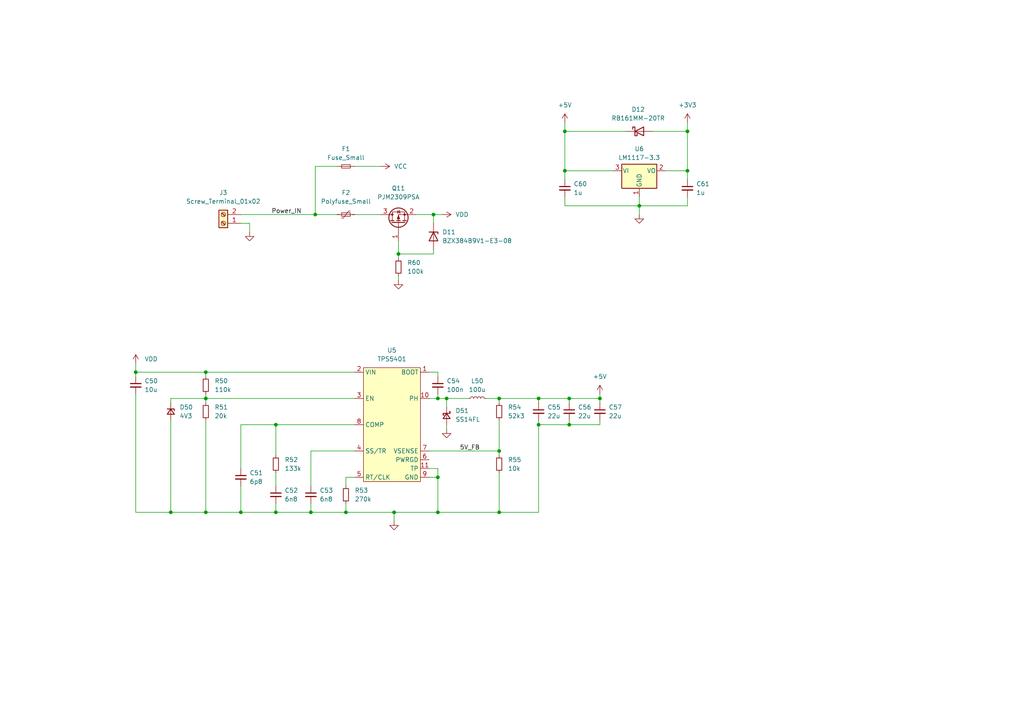
<source format=kicad_sch>
(kicad_sch (version 20211123) (generator eeschema)
  (paper "A4")
  (lib_symbols
    (symbol "Connector:Screw_Terminal_01x02" (pin_names (offset 1.016) hide)
      (property "Reference" "J" (at 0 2.54 0))
      (property "Value" "Screw_Terminal_01x02" (at 0 -5.08 0))
      (symbol "Screw_Terminal_01x02_1_1"
        (rectangle (start -1.27 1.27) (end 1.27 -3.81) (stroke (width 0.254)) (fill (type background)))
        (circle (center 0 -2.54) (radius 0.635) (stroke (width 0.1524)))
        (polyline (pts (xy -0.5334 -2.2098) (xy 0.3302 -3.048)) (stroke (width 0.1524)))
        (polyline (pts (xy -0.5334 0.3302) (xy 0.3302 -0.508)) (stroke (width 0.1524)))
        (polyline (pts (xy -0.3556 -2.032) (xy 0.508 -2.8702)) (stroke (width 0.1524)))
        (polyline (pts (xy -0.3556 0.508) (xy 0.508 -0.3302)) (stroke (width 0.1524)))
        (circle (center 0 0) (radius 0.635) (stroke (width 0.1524)))
        (pin passive line (at -5.08 0 0) (length 3.81) (name "Pin_1") (number "1"))
        (pin passive line (at -5.08 -2.54 0) (length 3.81) (name "Pin_2") (number "2"))
      )
    )
    (symbol "Device:C_Small" (pin_numbers hide) (pin_names (offset 0.254) hide)
      (property "Reference" "C" (at 0.254 1.778 0))
      (property "Value" "C_Small" (at 0.254 -2.032 0))
      (symbol "C_Small_0_1"
        (polyline (pts (xy -1.524 -0.508) (xy 1.524 -0.508)) (stroke (width 0.3302)))
        (polyline (pts (xy -1.524 0.508) (xy 1.524 0.508)) (stroke (width 0.3048)))
      )
      (symbol "C_Small_1_1"
        (pin passive line (at 0 2.54 270) (length 2.032) (name "~") (number "1"))
        (pin passive line (at 0 -2.54 90) (length 2.032) (name "~") (number "2"))
      )
    )
    (symbol "Device:D_Schottky" (pin_numbers hide) (pin_names (offset 1.016) hide)
      (property "Reference" "D" (at 0 2.54 0))
      (property "Value" "D_Schottky" (at 0 -2.54 0))
      (symbol "D_Schottky_0_1"
        (polyline (pts (xy 1.27 0) (xy -1.27 0)))
        (polyline (pts (xy 1.27 1.27) (xy 1.27 -1.27) (xy -1.27 0) (xy 1.27 1.27)) (stroke (width 0.254)))
        (polyline (pts (xy -1.905 0.635) (xy -1.905 1.27) (xy -1.27 1.27) (xy -1.27 -1.27) (xy -0.635 -1.27) (xy -0.635 -0.635)) (stroke (width 0.254)))
      )
      (symbol "D_Schottky_1_1"
        (pin passive line (at -3.81 0 0) (length 2.54) (name "K") (number "1"))
        (pin passive line (at 3.81 0 180) (length 2.54) (name "A") (number "2"))
      )
    )
    (symbol "Device:D_Schottky_Small" (pin_numbers hide) (pin_names (offset 0.254) hide)
      (property "Reference" "D" (at -1.27 2.032 0))
      (property "Value" "D_Schottky_Small" (at -7.112 -2.032 0))
      (symbol "D_Schottky_Small_0_1"
        (polyline (pts (xy -0.762 0) (xy 0.762 0)))
        (polyline (pts (xy 0.762 -1.016) (xy -0.762 0) (xy 0.762 1.016) (xy 0.762 -1.016)) (stroke (width 0.254)))
        (polyline (pts (xy -1.27 0.762) (xy -1.27 1.016) (xy -0.762 1.016) (xy -0.762 -1.016) (xy -0.254 -1.016) (xy -0.254 -0.762)) (stroke (width 0.254)))
      )
      (symbol "D_Schottky_Small_1_1"
        (pin passive line (at -2.54 0 0) (length 1.778) (name "K") (number "1"))
        (pin passive line (at 2.54 0 180) (length 1.778) (name "A") (number "2"))
      )
    )
    (symbol "Device:D_Zener" (pin_numbers hide) (pin_names (offset 1.016) hide)
      (property "Reference" "D" (at 0 2.54 0))
      (property "Value" "D_Zener" (at 0 -2.54 0))
      (symbol "D_Zener_0_1"
        (polyline (pts (xy 1.27 0) (xy -1.27 0)))
        (polyline (pts (xy -1.27 -1.27) (xy -1.27 1.27) (xy -0.762 1.27)) (stroke (width 0.254)))
        (polyline (pts (xy 1.27 -1.27) (xy 1.27 1.27) (xy -1.27 0) (xy 1.27 -1.27)) (stroke (width 0.254)))
      )
      (symbol "D_Zener_1_1"
        (pin passive line (at -3.81 0 0) (length 2.54) (name "K") (number "1"))
        (pin passive line (at 3.81 0 180) (length 2.54) (name "A") (number "2"))
      )
    )
    (symbol "Device:D_Zener_Small" (pin_numbers hide) (pin_names (offset 0.254) hide)
      (property "Reference" "D" (at 0 2.286 0))
      (property "Value" "D_Zener_Small" (at 0 -2.286 0))
      (symbol "D_Zener_Small_0_1"
        (polyline (pts (xy 0.762 0) (xy -0.762 0)))
        (polyline (pts (xy -0.254 1.016) (xy -0.762 1.016) (xy -0.762 -1.016)) (stroke (width 0.254)))
        (polyline (pts (xy 0.762 1.016) (xy -0.762 0) (xy 0.762 -1.016) (xy 0.762 1.016)) (stroke (width 0.254)))
      )
      (symbol "D_Zener_Small_1_1"
        (pin passive line (at -2.54 0 0) (length 1.778) (name "K") (number "1"))
        (pin passive line (at 2.54 0 180) (length 1.778) (name "A") (number "2"))
      )
    )
    (symbol "Device:Fuse_Small" (pin_numbers hide) (pin_names (offset 0.254) hide)
      (property "Reference" "F" (at 0 -1.524 0))
      (property "Value" "Fuse_Small" (at 0 1.524 0))
      (symbol "Fuse_Small_0_1"
        (rectangle (start -1.27 0.508) (end 1.27 -0.508))
        (polyline (pts (xy -1.27 0) (xy 1.27 0)))
      )
      (symbol "Fuse_Small_1_1"
        (pin passive line (at -2.54 0 0) (length 1.27) (name "~") (number "1"))
        (pin passive line (at 2.54 0 180) (length 1.27) (name "~") (number "2"))
      )
    )
    (symbol "Device:L_Small" (pin_numbers hide) (pin_names (offset 0.254) hide)
      (property "Reference" "L" (at 0.762 1.016 0))
      (property "Value" "L_Small" (at 0.762 -1.016 0))
      (symbol "L_Small_0_1"
        (arc (start 0 -2.032) (mid 0.508 -1.524) (end 0 -1.016))
        (arc (start 0 -1.016) (mid 0.508 -0.508) (end 0 0))
        (arc (start 0 0) (mid 0.508 0.508) (end 0 1.016))
        (arc (start 0 1.016) (mid 0.508 1.524) (end 0 2.032))
      )
      (symbol "L_Small_1_1"
        (pin passive line (at 0 2.54 270) (length 0.508) (name "~") (number "1"))
        (pin passive line (at 0 -2.54 90) (length 0.508) (name "~") (number "2"))
      )
    )
    (symbol "Device:Polyfuse_Small" (pin_numbers hide) (pin_names (offset 0))
      (property "Reference" "F" (at -1.905 0 90))
      (property "Value" "Polyfuse_Small" (at 1.905 0 90))
      (symbol "Polyfuse_Small_0_1"
        (rectangle (start -0.508 1.27) (end 0.508 -1.27))
        (polyline (pts (xy 0 2.54) (xy 0 -2.54)))
        (polyline (pts (xy -1.016 1.27) (xy -1.016 0.762) (xy 1.016 -0.762) (xy 1.016 -1.27)))
      )
      (symbol "Polyfuse_Small_1_1"
        (pin passive line (at 0 2.54 270) (length 0.635) (name "~") (number "1"))
        (pin passive line (at 0 -2.54 90) (length 0.635) (name "~") (number "2"))
      )
    )
    (symbol "Device:Q_PMOS_GSD" (pin_names (offset 0) hide)
      (property "Reference" "Q" (at 5.08 1.27 0))
      (property "Value" "Q_PMOS_GSD" (at 5.08 -1.27 0))
      (symbol "Q_PMOS_GSD_0_1"
        (polyline (pts (xy 0.254 0) (xy -2.54 0)))
        (polyline (pts (xy 0.254 1.905) (xy 0.254 -1.905)) (stroke (width 0.254)))
        (polyline (pts (xy 0.762 -1.27) (xy 0.762 -2.286)) (stroke (width 0.254)))
        (polyline (pts (xy 0.762 0.508) (xy 0.762 -0.508)) (stroke (width 0.254)))
        (polyline (pts (xy 0.762 2.286) (xy 0.762 1.27)) (stroke (width 0.254)))
        (polyline (pts (xy 2.54 2.54) (xy 2.54 1.778)))
        (polyline (pts (xy 2.54 -2.54) (xy 2.54 0) (xy 0.762 0)))
        (polyline (pts (xy 0.762 1.778) (xy 3.302 1.778) (xy 3.302 -1.778) (xy 0.762 -1.778)))
        (polyline (pts (xy 2.286 0) (xy 1.27 0.381) (xy 1.27 -0.381) (xy 2.286 0)) (fill (type outline)))
        (polyline (pts (xy 2.794 -0.508) (xy 2.921 -0.381) (xy 3.683 -0.381) (xy 3.81 -0.254)))
        (polyline (pts (xy 3.302 -0.381) (xy 2.921 0.254) (xy 3.683 0.254) (xy 3.302 -0.381)))
        (circle (center 1.651 0) (radius 2.794) (stroke (width 0.254)))
        (circle (center 2.54 -1.778) (radius 0.254) (fill (type outline)))
        (circle (center 2.54 1.778) (radius 0.254) (fill (type outline)))
      )
      (symbol "Q_PMOS_GSD_1_1"
        (pin input line (at -5.08 0 0) (length 2.54) (name "G") (number "1"))
        (pin passive line (at 2.54 -5.08 90) (length 2.54) (name "S") (number "2"))
        (pin passive line (at 2.54 5.08 270) (length 2.54) (name "D") (number "3"))
      )
    )
    (symbol "Device:R_Small" (pin_numbers hide) (pin_names (offset 0.254) hide)
      (property "Reference" "R" (at 0.762 0.508 0))
      (property "Value" "R_Small" (at 0.762 -1.016 0))
      (symbol "R_Small_0_1"
        (rectangle (start -0.762 1.778) (end 0.762 -1.778) (stroke (width 0.2032)))
      )
      (symbol "R_Small_1_1"
        (pin passive line (at 0 2.54 270) (length 0.762) (name "~") (number "1"))
        (pin passive line (at 0 -2.54 90) (length 0.762) (name "~") (number "2"))
      )
    )
    (symbol "OwnLib:TPS5401"
      (property "Reference" "U" (at 2.54 16.51 0))
      (property "Value" "TPS5401" (at -3.81 16.51 0))
      (symbol "TPS5401_0_1"
        (rectangle (start -8.89 15.24) (end 7.62 -17.78) (fill (type background)))
      )
      (symbol "TPS5401_1_1"
        (pin input line (at 10.16 13.97 180) (length 2.54) (name "BOOT") (number "1"))
        (pin output line (at 10.16 6.35 180) (length 2.54) (name "PH") (number "10"))
        (pin power_in line (at 10.16 -13.97 180) (length 2.54) (name "TP") (number "11"))
        (pin power_in line (at -11.43 13.97 0) (length 2.54) (name "VIN") (number "2"))
        (pin input line (at -11.43 6.35 0) (length 2.54) (name "EN") (number "3"))
        (pin input line (at -11.43 -8.89 0) (length 2.54) (name "SS/TR") (number "4"))
        (pin input line (at -11.43 -16.51 0) (length 2.54) (name "RT/CLK") (number "5"))
        (pin open_collector line (at 10.16 -11.43 180) (length 2.54) (name "PWRGD") (number "6"))
        (pin input line (at 10.16 -8.89 180) (length 2.54) (name "VSENSE") (number "7"))
        (pin input line (at -11.43 -1.27 0) (length 2.54) (name "COMP") (number "8"))
        (pin power_in line (at 10.16 -16.51 180) (length 2.54) (name "GND") (number "9"))
      )
    )
    (symbol "Regulator_Linear:LM1117-3.3" (pin_names (offset 0.254))
      (property "Reference" "U" (at -3.81 3.175 0))
      (property "Value" "LM1117-3.3" (at 0 3.175 0))
      (symbol "LM1117-3.3_0_1"
        (rectangle (start -5.08 -5.08) (end 5.08 1.905) (stroke (width 0.254)) (fill (type background)))
      )
      (symbol "LM1117-3.3_1_1"
        (pin power_in line (at 0 -7.62 90) (length 2.54) (name "GND") (number "1"))
        (pin power_out line (at 7.62 0 180) (length 2.54) (name "VO") (number "2"))
        (pin power_in line (at -7.62 0 0) (length 2.54) (name "VI") (number "3"))
      )
    )
    (symbol "power:+3V3" (power) (pin_names (offset 0))
      (property "Value" "+3V3" (at 0 3.556 0))
      (symbol "+3V3_0_1"
        (polyline (pts (xy -0.762 1.27) (xy 0 2.54)))
        (polyline (pts (xy 0 0) (xy 0 2.54)))
        (polyline (pts (xy 0 2.54) (xy 0.762 1.27)))
      )
      (symbol "+3V3_1_1"
        (pin power_in line (at 0 0 90) (length 0) hide (name "+3V3") (number "1"))
      )
    )
    (symbol "power:+5V" (power) (pin_names (offset 0))
      (property "Value" "+5V" (at 0 3.556 0))
      (symbol "+5V_0_1"
        (polyline (pts (xy -0.762 1.27) (xy 0 2.54)))
        (polyline (pts (xy 0 0) (xy 0 2.54)))
        (polyline (pts (xy 0 2.54) (xy 0.762 1.27)))
      )
      (symbol "+5V_1_1"
        (pin power_in line (at 0 0 90) (length 0) hide (name "+5V") (number "1"))
      )
    )
    (symbol "power:GND" (power) (pin_names (offset 0))
      (property "Value" "GND" (at 0 -3.81 0))
      (symbol "GND_0_1"
        (polyline (pts (xy 0 0) (xy 0 -1.27) (xy 1.27 -1.27) (xy 0 -2.54) (xy -1.27 -1.27) (xy 0 -1.27)))
      )
      (symbol "GND_1_1"
        (pin power_in line (at 0 0 270) (length 0) hide (name "GND") (number "1"))
      )
    )
    (symbol "power:VCC" (power) (pin_names (offset 0))
      (property "Value" "VCC" (at 0 3.81 0))
      (symbol "VCC_0_1"
        (polyline (pts (xy -0.762 1.27) (xy 0 2.54)))
        (polyline (pts (xy 0 0) (xy 0 2.54)))
        (polyline (pts (xy 0 2.54) (xy 0.762 1.27)))
      )
      (symbol "VCC_1_1"
        (pin power_in line (at 0 0 90) (length 0) hide (name "VCC") (number "1"))
      )
    )
    (symbol "power:VDD" (power) (pin_names (offset 0))
      (property "Value" "VDD" (at 0 3.81 0))
      (symbol "VDD_0_1"
        (polyline (pts (xy -0.762 1.27) (xy 0 2.54)))
        (polyline (pts (xy 0 0) (xy 0 2.54)))
        (polyline (pts (xy 0 2.54) (xy 0.762 1.27)))
      )
      (symbol "VDD_1_1"
        (pin power_in line (at 0 0 90) (length 0) hide (name "VDD") (number "1"))
      )
    )
  )
  (junction (at 100.33 148.59))
  (junction (at 163.83 49.53))
  (junction (at 165.1 115.57))
  (junction (at 39.37 107.95))
  (junction (at 127 148.59))
  (junction (at 69.85 148.59))
  (junction (at 59.69 115.57))
  (junction (at 127 138.43))
  (junction (at 156.21 115.57))
  (junction (at 115.57 73.66))
  (junction (at 144.78 148.59))
  (junction (at 185.42 59.69))
  (junction (at 59.69 107.95))
  (junction (at 163.83 38.1))
  (junction (at 127 115.57))
  (junction (at 114.3 148.59))
  (junction (at 165.1 123.19))
  (junction (at 144.78 130.81))
  (junction (at 199.39 38.1))
  (junction (at 59.69 148.59))
  (junction (at 156.21 123.19))
  (junction (at 80.01 123.19))
  (junction (at 91.44 62.23))
  (junction (at 199.39 49.53))
  (junction (at 80.01 148.59))
  (junction (at 125.73 62.23))
  (junction (at 173.99 115.57))
  (junction (at 90.17 148.59))
  (junction (at 144.78 115.57))
  (junction (at 129.54 115.57))
  (junction (at 49.53 148.59))
  (wire (pts (xy 140.97 115.57) (xy 144.78 115.57)))
  (wire (pts (xy 72.39 64.77) (xy 72.39 67.31)))
  (wire (pts (xy 125.73 72.39) (xy 125.73 73.66)))
  (wire (pts (xy 69.85 148.59) (xy 80.01 148.59)))
  (wire (pts (xy 173.99 121.92) (xy 173.99 123.19)))
  (wire (pts (xy 173.99 115.57) (xy 165.1 115.57)))
  (wire (pts (xy 80.01 132.08) (xy 80.01 123.19)))
  (wire (pts (xy 125.73 73.66) (xy 115.57 73.66)))
  (wire (pts (xy 124.46 107.95) (xy 127 107.95)))
  (wire (pts (xy 163.83 49.53) (xy 177.8 49.53)))
  (wire (pts (xy 90.17 148.59) (xy 100.33 148.59)))
  (wire (pts (xy 156.21 121.92) (xy 156.21 123.19)))
  (wire (pts (xy 189.23 38.1) (xy 199.39 38.1)))
  (wire (pts (xy 173.99 114.3) (xy 173.99 115.57)))
  (wire (pts (xy 49.53 116.84) (xy 49.53 115.57)))
  (wire (pts (xy 59.69 115.57) (xy 59.69 114.3)))
  (wire (pts (xy 199.39 52.07) (xy 199.39 49.53)))
  (wire (pts (xy 110.49 48.26) (xy 102.87 48.26)))
  (wire (pts (xy 102.87 62.23) (xy 110.49 62.23)))
  (wire (pts (xy 90.17 130.81) (xy 102.87 130.81)))
  (wire (pts (xy 69.85 123.19) (xy 80.01 123.19)))
  (wire (pts (xy 59.69 107.95) (xy 102.87 107.95)))
  (wire (pts (xy 185.42 59.69) (xy 185.42 62.23)))
  (wire (pts (xy 127 135.89) (xy 127 138.43)))
  (wire (pts (xy 39.37 114.3) (xy 39.37 148.59)))
  (wire (pts (xy 115.57 80.01) (xy 115.57 81.28)))
  (wire (pts (xy 59.69 109.22) (xy 59.69 107.95)))
  (wire (pts (xy 199.39 57.15) (xy 199.39 59.69)))
  (wire (pts (xy 185.42 59.69) (xy 185.42 57.15)))
  (wire (pts (xy 115.57 73.66) (xy 115.57 74.93)))
  (wire (pts (xy 129.54 115.57) (xy 127 115.57)))
  (wire (pts (xy 156.21 123.19) (xy 165.1 123.19)))
  (wire (pts (xy 127 107.95) (xy 127 109.22)))
  (wire (pts (xy 125.73 62.23) (xy 125.73 64.77)))
  (wire (pts (xy 144.78 115.57) (xy 144.78 116.84)))
  (wire (pts (xy 127 115.57) (xy 127 114.3)))
  (wire (pts (xy 129.54 118.11) (xy 129.54 115.57)))
  (wire (pts (xy 49.53 121.92) (xy 49.53 148.59)))
  (wire (pts (xy 129.54 115.57) (xy 135.89 115.57)))
  (wire (pts (xy 59.69 115.57) (xy 59.69 116.84)))
  (wire (pts (xy 69.85 140.97) (xy 69.85 148.59)))
  (wire (pts (xy 59.69 115.57) (xy 102.87 115.57)))
  (wire (pts (xy 128.27 62.23) (xy 125.73 62.23)))
  (wire (pts (xy 165.1 115.57) (xy 156.21 115.57)))
  (wire (pts (xy 59.69 148.59) (xy 69.85 148.59)))
  (wire (pts (xy 144.78 137.16) (xy 144.78 148.59)))
  (wire (pts (xy 163.83 57.15) (xy 163.83 59.69)))
  (wire (pts (xy 127 148.59) (xy 127 138.43)))
  (wire (pts (xy 114.3 148.59) (xy 114.3 151.13)))
  (wire (pts (xy 163.83 59.69) (xy 185.42 59.69)))
  (wire (pts (xy 39.37 109.22) (xy 39.37 107.95)))
  (wire (pts (xy 90.17 140.97) (xy 90.17 130.81)))
  (wire (pts (xy 100.33 146.05) (xy 100.33 148.59)))
  (wire (pts (xy 129.54 123.19) (xy 129.54 124.46)))
  (wire (pts (xy 165.1 123.19) (xy 165.1 121.92)))
  (wire (pts (xy 173.99 116.84) (xy 173.99 115.57)))
  (wire (pts (xy 165.1 116.84) (xy 165.1 115.57)))
  (wire (pts (xy 90.17 148.59) (xy 90.17 146.05)))
  (wire (pts (xy 59.69 121.92) (xy 59.69 148.59)))
  (wire (pts (xy 124.46 115.57) (xy 127 115.57)))
  (wire (pts (xy 156.21 115.57) (xy 144.78 115.57)))
  (wire (pts (xy 114.3 148.59) (xy 127 148.59)))
  (wire (pts (xy 144.78 148.59) (xy 127 148.59)))
  (wire (pts (xy 199.39 38.1) (xy 199.39 35.56)))
  (wire (pts (xy 163.83 49.53) (xy 163.83 52.07)))
  (wire (pts (xy 163.83 35.56) (xy 163.83 38.1)))
  (wire (pts (xy 80.01 137.16) (xy 80.01 140.97)))
  (wire (pts (xy 173.99 123.19) (xy 165.1 123.19)))
  (wire (pts (xy 120.65 62.23) (xy 125.73 62.23)))
  (wire (pts (xy 124.46 135.89) (xy 127 135.89)))
  (wire (pts (xy 39.37 148.59) (xy 49.53 148.59)))
  (wire (pts (xy 199.39 38.1) (xy 199.39 49.53)))
  (wire (pts (xy 69.85 62.23) (xy 91.44 62.23)))
  (wire (pts (xy 124.46 130.81) (xy 144.78 130.81)))
  (wire (pts (xy 39.37 105.41) (xy 39.37 107.95)))
  (wire (pts (xy 80.01 146.05) (xy 80.01 148.59)))
  (wire (pts (xy 91.44 48.26) (xy 91.44 62.23)))
  (wire (pts (xy 49.53 148.59) (xy 59.69 148.59)))
  (wire (pts (xy 69.85 64.77) (xy 72.39 64.77)))
  (wire (pts (xy 163.83 38.1) (xy 181.61 38.1)))
  (wire (pts (xy 39.37 107.95) (xy 59.69 107.95)))
  (wire (pts (xy 127 138.43) (xy 124.46 138.43)))
  (wire (pts (xy 69.85 135.89) (xy 69.85 123.19)))
  (wire (pts (xy 100.33 138.43) (xy 100.33 140.97)))
  (wire (pts (xy 115.57 69.85) (xy 115.57 73.66)))
  (wire (pts (xy 91.44 62.23) (xy 97.79 62.23)))
  (wire (pts (xy 49.53 115.57) (xy 59.69 115.57)))
  (wire (pts (xy 156.21 116.84) (xy 156.21 115.57)))
  (wire (pts (xy 156.21 148.59) (xy 144.78 148.59)))
  (wire (pts (xy 102.87 138.43) (xy 100.33 138.43)))
  (wire (pts (xy 199.39 59.69) (xy 185.42 59.69)))
  (wire (pts (xy 80.01 123.19) (xy 102.87 123.19)))
  (wire (pts (xy 156.21 123.19) (xy 156.21 148.59)))
  (wire (pts (xy 144.78 121.92) (xy 144.78 130.81)))
  (wire (pts (xy 163.83 38.1) (xy 163.83 49.53)))
  (wire (pts (xy 80.01 148.59) (xy 90.17 148.59)))
  (wire (pts (xy 100.33 148.59) (xy 114.3 148.59)))
  (wire (pts (xy 97.79 48.26) (xy 91.44 48.26)))
  (wire (pts (xy 144.78 130.81) (xy 144.78 132.08)))
  (wire (pts (xy 193.04 49.53) (xy 199.39 49.53)))
  (label "5V_FB" (at 133.35 130.81 0))
  (label "Power_IN" (at 78.74 62.23 0))
  (symbol (lib_id "Device:R_Small") (at 115.57 77.47 0) (unit 1)
    (property "Reference" "R60" (at 118.11 76.1999 0) (effects (justify left)))
    (property "Value" "100k" (at 118.11 78.7399 0) (effects (justify left)))
    (property "Footprint" "Resistor_SMD:R_0402_1005Metric" (effects hide))
  )
  (symbol (lib_id "OwnLib:TPS5401") (at 114.3 121.92 0) (unit 1)
    (property "Reference" "U5" (at 113.665 101.6 0))
    (property "Value" "TPS5401" (at 113.665 104.14 0))
    (property "Footprint" "Package_SO:MSOP-10-1EP_3x3mm_P0.5mm_EP1.68x1.88mm_ThermalVias" (effects hide))
  )
  (symbol (lib_id "Device:C_Small") (at 90.17 143.51 0) (unit 1)
    (property "Reference" "C53" (at 92.71 142.2462 0) (effects (justify left)))
    (property "Value" "6n8" (at 92.71 144.7862 0) (effects (justify left)))
    (property "Footprint" "Resistor_SMD:R_0603_1608Metric" (effects hide))
  )
  (symbol (lib_id "Device:D_Zener_Small") (at 49.53 119.38 270) (unit 1)
    (property "Reference" "D50" (at 52.07 118.1099 90) (effects (justify left)))
    (property "Value" "4V3" (at 52.07 120.65 90) (effects (justify left)))
    (property "Footprint" "Diode_SMD:D_SOD-123" (effects hide))
  )
  (symbol (lib_id "Device:D_Schottky_Small") (at 129.54 120.65 270) (unit 1)
    (property "Reference" "D51" (at 132.08 119.1259 90) (effects (justify left)))
    (property "Value" "SS14FL" (at 132.08 121.6659 90) (effects (justify left)))
    (property "Footprint" "Diode_SMD:D_SMA" (effects hide))
  )
  (symbol (lib_id "Device:C_Small") (at 165.1 119.38 0) (unit 1)
    (property "Reference" "C56" (at 167.64 118.1162 0) (effects (justify left)))
    (property "Value" "22u" (at 167.64 120.6562 0) (effects (justify left)))
    (property "Footprint" "Resistor_SMD:R_1206_3216Metric" (effects hide))
  )
  (symbol (lib_id "power:GND") (at 129.54 124.46 0) (unit 1)
    (property "Reference" "#PWR0141" (effects hide))
    (property "Value" "GND" (effects hide))
  )
  (symbol (lib_id "Device:Polyfuse_Small") (at 100.33 62.23 90) (unit 1)
    (property "Reference" "F2" (at 100.33 55.88 90))
    (property "Value" "Polyfuse_Small" (at 100.33 58.42 90))
    (property "Footprint" "Fuse:Fuse_1812_4532Metric" (effects hide))
  )
  (symbol (lib_id "power:GND") (at 115.57 81.28 0) (unit 1)
    (property "Reference" "#PWR0115" (effects hide))
    (property "Value" "GND" (effects hide))
  )
  (symbol (lib_id "power:GND") (at 185.42 62.23 0) (unit 1)
    (property "Reference" "#PWR0139" (effects hide))
    (property "Value" "GND" (effects hide))
  )
  (symbol (lib_id "power:GND") (at 72.39 67.31 0) (unit 1)
    (property "Reference" "#PWR0168" (effects hide))
    (property "Value" "GND" (effects hide))
  )
  (symbol (lib_id "Device:L_Small") (at 138.43 115.57 90) (unit 1)
    (property "Reference" "L50" (at 138.43 110.49 90))
    (property "Value" "100u" (at 138.43 113.03 90))
    (property "Footprint" "OwnLib:ABG08A40M101" (effects hide))
  )
  (symbol (lib_id "Device:C_Small") (at 199.39 54.61 0) (unit 1)
    (property "Reference" "C61" (at 201.93 53.3462 0) (effects (justify left)))
    (property "Value" "1u" (at 201.93 55.8862 0) (effects (justify left)))
    (property "Footprint" "Capacitor_SMD:C_0603_1608Metric" (effects hide))
  )
  (symbol (lib_id "power:VCC") (at 110.49 48.26 270) (unit 1)
    (property "Reference" "#PWR0117" (effects hide))
    (property "Value" "VCC" (at 114.3 48.2599 90) (effects (justify left)))
  )
  (symbol (lib_id "Regulator_Linear:LM1117-3.3") (at 185.42 49.53 0) (unit 1)
    (property "Reference" "U6" (at 185.42 43.18 0))
    (property "Value" "LM1117-3.3" (at 185.42 45.72 0))
    (property "Footprint" "Package_TO_SOT_SMD:SOT-223-3_TabPin2" (effects hide))
    (property "Datasheet" "http://www.ti.com/lit/ds/symlink/lm1117.pdf" (effects hide))
  )
  (symbol (lib_id "Device:R_Small") (at 80.01 134.62 0) (unit 1)
    (property "Reference" "R52" (at 82.55 133.3499 0) (effects (justify left)))
    (property "Value" "133k" (at 82.55 135.8899 0) (effects (justify left)))
    (property "Footprint" "Resistor_SMD:R_0603_1608Metric" (effects hide))
  )
  (symbol (lib_id "power:VDD") (at 128.27 62.23 270) (unit 1)
    (property "Reference" "#PWR0116" (effects hide))
    (property "Value" "VDD" (at 132.08 62.2299 90) (effects (justify left)))
  )
  (symbol (lib_id "Connector:Screw_Terminal_01x02") (at 64.77 64.77 180) (unit 1)
    (property "Reference" "J3" (at 64.77 55.88 0))
    (property "Value" "Screw_Terminal_01x02" (at 64.77 58.42 0))
    (property "Footprint" "Connector_Phoenix_MC_HighVoltage:PhoenixContact_MC_1,5_2-GF-5.08_1x02_P5.08mm_Horizontal_ThreadedFlange" (effects hide))
  )
  (symbol (lib_id "Device:R_Small") (at 144.78 134.62 0) (unit 1)
    (property "Reference" "R55" (at 147.32 133.3499 0) (effects (justify left)))
    (property "Value" "10k" (at 147.32 135.8899 0) (effects (justify left)))
    (property "Footprint" "Resistor_SMD:R_0603_1608Metric" (effects hide))
  )
  (symbol (lib_id "Device:C_Small") (at 173.99 119.38 0) (unit 1)
    (property "Reference" "C57" (at 176.53 118.1162 0) (effects (justify left)))
    (property "Value" "22u" (at 176.53 120.6562 0) (effects (justify left)))
    (property "Footprint" "Resistor_SMD:R_1206_3216Metric" (effects hide))
  )
  (symbol (lib_id "power:+5V") (at 163.83 35.56 0) (unit 1)
    (property "Reference" "#PWR0114" (effects hide))
    (property "Value" "+5V" (at 163.83 30.48 0))
  )
  (symbol (lib_id "Device:C_Small") (at 156.21 119.38 0) (unit 1)
    (property "Reference" "C55" (at 158.75 118.1162 0) (effects (justify left)))
    (property "Value" "22u" (at 158.75 120.6562 0) (effects (justify left)))
    (property "Footprint" "Resistor_SMD:R_1206_3216Metric" (effects hide))
  )
  (symbol (lib_id "Device:C_Small") (at 163.83 54.61 0) (unit 1)
    (property "Reference" "C60" (at 166.37 53.3462 0) (effects (justify left)))
    (property "Value" "1u" (at 166.37 55.8862 0) (effects (justify left)))
    (property "Footprint" "Capacitor_SMD:C_0603_1608Metric" (effects hide))
  )
  (symbol (lib_id "Device:C_Small") (at 127 111.76 0) (unit 1)
    (property "Reference" "C54" (at 129.54 110.49 0) (effects (justify left)))
    (property "Value" "100n" (at 129.54 113.03 0) (effects (justify left)))
    (property "Footprint" "Resistor_SMD:R_0603_1608Metric" (effects hide))
  )
  (symbol (lib_id "Device:C_Small") (at 69.85 138.43 0) (unit 1)
    (property "Reference" "C51" (at 72.39 137.1662 0) (effects (justify left)))
    (property "Value" "6p8" (at 72.39 139.7062 0) (effects (justify left)))
    (property "Footprint" "Resistor_SMD:R_0603_1608Metric" (effects hide))
  )
  (symbol (lib_id "Device:D_Zener") (at 125.73 68.58 270) (unit 1)
    (property "Reference" "D11" (at 128.27 67.3099 90) (effects (justify left)))
    (property "Value" "BZX384B9V1-E3-08" (at 128.27 69.8499 90) (effects (justify left)))
    (property "Footprint" "Diode_SMD:D_SOD-323" (effects hide))
  )
  (symbol (lib_id "Device:D_Schottky") (at 185.42 38.1 0) (unit 1)
    (property "Reference" "D12" (at 185.1025 31.75 0))
    (property "Value" "RB161MM-20TR" (at 185.1025 34.29 0))
    (property "Footprint" "Diode_SMD:D_SOD-123F" (effects hide))
  )
  (symbol (lib_id "Device:C_Small") (at 80.01 143.51 0) (unit 1)
    (property "Reference" "C52" (at 82.55 142.2462 0) (effects (justify left)))
    (property "Value" "6n8" (at 82.55 144.7862 0) (effects (justify left)))
    (property "Footprint" "Resistor_SMD:R_0603_1608Metric" (effects hide))
  )
  (symbol (lib_id "Device:Fuse_Small") (at 100.33 48.26 0) (unit 1)
    (property "Reference" "F1" (at 100.33 43.18 0))
    (property "Value" "Fuse_Small" (at 100.33 45.72 0))
    (property "Footprint" "Fuse:Fuseholder_Littelfuse_100_series_5x20mm" (effects hide))
  )
  (symbol (lib_id "power:GND") (at 114.3 151.13 0) (unit 1)
    (property "Reference" "#PWR0140" (effects hide))
    (property "Value" "GND" (effects hide))
  )
  (symbol (lib_id "power:VDD") (at 39.37 105.41 0) (unit 1)
    (property "Reference" "#PWR0167" (effects hide))
    (property "Value" "VDD" (at 41.91 104.1399 0) (effects (justify left)))
  )
  (symbol (lib_id "Device:R_Small") (at 100.33 143.51 0) (unit 1)
    (property "Reference" "R53" (at 102.87 142.2399 0) (effects (justify left)))
    (property "Value" "270k" (at 102.87 144.7799 0) (effects (justify left)))
    (property "Footprint" "Resistor_SMD:R_0603_1608Metric" (effects hide))
  )
  (symbol (lib_id "power:+5V") (at 173.99 114.3 0) (unit 1)
    (property "Reference" "#PWR0142" (effects hide))
    (property "Value" "+5V" (at 173.99 109.22 0))
  )
  (symbol (lib_id "Device:R_Small") (at 144.78 119.38 0) (unit 1)
    (property "Reference" "R54" (at 147.32 118.1099 0) (effects (justify left)))
    (property "Value" "52k3" (at 147.32 120.6499 0) (effects (justify left)))
    (property "Footprint" "Resistor_SMD:R_0603_1608Metric" (effects hide))
  )
  (symbol (lib_id "Device:C_Small") (at 39.37 111.76 0) (unit 1)
    (property "Reference" "C50" (at 41.91 110.4962 0) (effects (justify left)))
    (property "Value" "10u" (at 41.91 113.0362 0) (effects (justify left)))
    (property "Footprint" "Resistor_SMD:R_1206_3216Metric" (effects hide))
  )
  (symbol (lib_id "power:+3V3") (at 199.39 35.56 0) (unit 1)
    (property "Reference" "#PWR0113" (effects hide))
    (property "Value" "+3V3" (at 199.39 30.48 0))
  )
  (symbol (lib_id "Device:R_Small") (at 59.69 119.38 0) (unit 1)
    (property "Reference" "R51" (at 62.23 118.1099 0) (effects (justify left)))
    (property "Value" "20k" (at 62.23 120.6499 0) (effects (justify left)))
    (property "Footprint" "Resistor_SMD:R_0603_1608Metric" (effects hide))
  )
  (symbol (lib_id "Device:R_Small") (at 59.69 111.76 0) (unit 1)
    (property "Reference" "R50" (at 62.23 110.4899 0) (effects (justify left)))
    (property "Value" "110k" (at 62.23 113.0299 0) (effects (justify left)))
    (property "Footprint" "Resistor_SMD:R_0603_1608Metric" (effects hide))
  )
  (symbol (lib_id "Device:Q_PMOS_GSD") (at 115.57 64.77 90) (unit 1)
    (property "Reference" "Q11" (at 115.57 54.61 90))
    (property "Value" "PJM2309PSA" (at 115.57 57.15 90))
    (property "Footprint" "Package_TO_SOT_SMD:SOT-23" (effects hide))
  )
)
</source>
